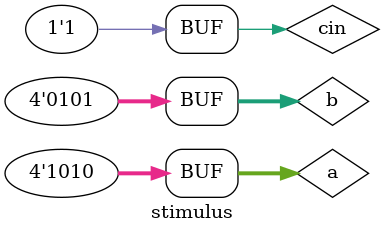
<source format=v>
module fulladd(sum, cout, a, b, cin);
output sum, cout;
input a, b, cin;
wire s1, c1, c2;

xor(s1, a, b);
and(c1, a, b);

xor(sum, s1, cin);
and(c2, s1, cin);

or(cout, c1, c2);
endmodule

module Full_Adder(sum, cout, a, b, cin);
output [3:0]sum;
output cout;
input[3:0] a, b;
input cin;
wire c1, c2, c3;

fulladd fa0(sum[0], c1, a[0], b[0], cin);
fulladd fa1(sum[1], c2, a[1], b[1], c1);
fulladd fa2(sum[2], c3, a[2], b[2], c2);
fulladd fa3(sum[3], cout, a[3], b[3], c3);


endmodule

module stimulus;
reg[3:0] a, b;
reg cin;
wire[3:0] sum;
wire cout;

Full_Adder fa(sum, cout, a, b, cin);

initial
begin
    $monitor($time, " A = %b, B = %b, cin = %b, --- cout = %b, sum = %b", a, b, cin, cout, sum);
end

initial
begin
    a = 4'd0; b = 4'd0; cin = 1'b0;
    #5 a = 4'd3; b = 4'd4;
    #5 a = 4'd2; b = 4'd5;
    #5 a = 4'd9; b = 4'd9;
    #5 a = 4'd10; b = 4'd15;
    #5 a = 4'd10; b = 4'd5; cin = 1'b1;
end

endmodule
</source>
